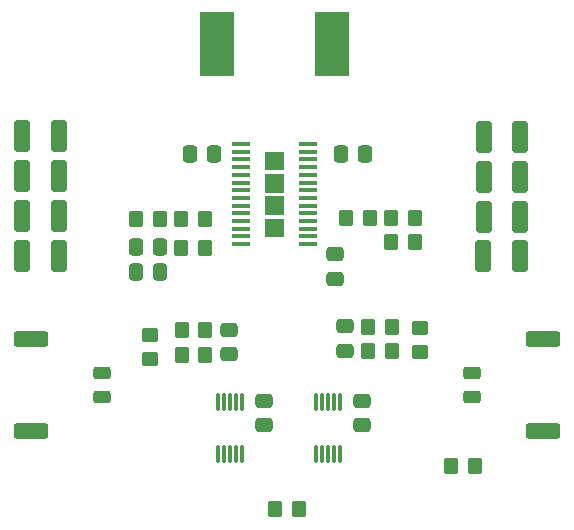
<source format=gtp>
G04 #@! TF.GenerationSoftware,KiCad,Pcbnew,9.0.1*
G04 #@! TF.CreationDate,2025-04-23T11:21:28+02:00*
G04 #@! TF.ProjectId,LTC3119-breakout,4c544333-3131-4392-9d62-7265616b6f75,rev?*
G04 #@! TF.SameCoordinates,Original*
G04 #@! TF.FileFunction,Paste,Top*
G04 #@! TF.FilePolarity,Positive*
%FSLAX46Y46*%
G04 Gerber Fmt 4.6, Leading zero omitted, Abs format (unit mm)*
G04 Created by KiCad (PCBNEW 9.0.1) date 2025-04-23 11:21:28*
%MOMM*%
%LPD*%
G01*
G04 APERTURE LIST*
G04 Aperture macros list*
%AMRoundRect*
0 Rectangle with rounded corners*
0 $1 Rounding radius*
0 $2 $3 $4 $5 $6 $7 $8 $9 X,Y pos of 4 corners*
0 Add a 4 corners polygon primitive as box body*
4,1,4,$2,$3,$4,$5,$6,$7,$8,$9,$2,$3,0*
0 Add four circle primitives for the rounded corners*
1,1,$1+$1,$2,$3*
1,1,$1+$1,$4,$5*
1,1,$1+$1,$6,$7*
1,1,$1+$1,$8,$9*
0 Add four rect primitives between the rounded corners*
20,1,$1+$1,$2,$3,$4,$5,0*
20,1,$1+$1,$4,$5,$6,$7,0*
20,1,$1+$1,$6,$7,$8,$9,0*
20,1,$1+$1,$8,$9,$2,$3,0*%
G04 Aperture macros list end*
%ADD10C,0.010000*%
%ADD11RoundRect,0.250000X-0.350000X-0.450000X0.350000X-0.450000X0.350000X0.450000X-0.350000X0.450000X0*%
%ADD12RoundRect,0.250000X0.475000X-0.337500X0.475000X0.337500X-0.475000X0.337500X-0.475000X-0.337500X0*%
%ADD13RoundRect,0.250000X-0.412500X-1.100000X0.412500X-1.100000X0.412500X1.100000X-0.412500X1.100000X0*%
%ADD14RoundRect,0.250000X0.412500X1.100000X-0.412500X1.100000X-0.412500X-1.100000X0.412500X-1.100000X0*%
%ADD15RoundRect,0.250000X0.350000X0.450000X-0.350000X0.450000X-0.350000X-0.450000X0.350000X-0.450000X0*%
%ADD16RoundRect,0.250000X0.450000X-0.350000X0.450000X0.350000X-0.450000X0.350000X-0.450000X-0.350000X0*%
%ADD17RoundRect,0.250000X-0.475000X0.337500X-0.475000X-0.337500X0.475000X-0.337500X0.475000X0.337500X0*%
%ADD18RoundRect,0.250000X-0.450000X0.350000X-0.450000X-0.350000X0.450000X-0.350000X0.450000X0.350000X0*%
%ADD19RoundRect,0.250000X0.337500X0.475000X-0.337500X0.475000X-0.337500X-0.475000X0.337500X-0.475000X0*%
%ADD20RoundRect,0.051250X-0.688750X-0.153750X0.688750X-0.153750X0.688750X0.153750X-0.688750X0.153750X0*%
%ADD21RoundRect,0.250000X-0.337500X-0.475000X0.337500X-0.475000X0.337500X0.475000X-0.337500X0.475000X0*%
%ADD22RoundRect,0.250000X-0.475000X0.300000X-0.475000X-0.300000X0.475000X-0.300000X0.475000X0.300000X0*%
%ADD23RoundRect,0.250000X-1.200000X0.425000X-1.200000X-0.425000X1.200000X-0.425000X1.200000X0.425000X0*%
%ADD24R,2.900000X5.400000*%
%ADD25RoundRect,0.075000X0.075000X-0.650000X0.075000X0.650000X-0.075000X0.650000X-0.075000X-0.650000X0*%
%ADD26RoundRect,0.250000X0.475000X-0.300000X0.475000X0.300000X-0.475000X0.300000X-0.475000X-0.300000X0*%
%ADD27RoundRect,0.250000X1.200000X-0.425000X1.200000X0.425000X-1.200000X0.425000X-1.200000X-0.425000X0*%
G04 APERTURE END LIST*
D10*
X139510000Y-90595000D02*
X137980000Y-90595000D01*
X137980000Y-89085000D01*
X139510000Y-89085000D01*
X139510000Y-90595000D01*
G36*
X139510000Y-90595000D02*
G01*
X137980000Y-90595000D01*
X137980000Y-89085000D01*
X139510000Y-89085000D01*
X139510000Y-90595000D01*
G37*
X139510000Y-92485000D02*
X137980000Y-92485000D01*
X137980000Y-90975000D01*
X139510000Y-90975000D01*
X139510000Y-92485000D01*
G36*
X139510000Y-92485000D02*
G01*
X137980000Y-92485000D01*
X137980000Y-90975000D01*
X139510000Y-90975000D01*
X139510000Y-92485000D01*
G37*
X139510000Y-94375000D02*
X137980000Y-94375000D01*
X137980000Y-92865000D01*
X139510000Y-92865000D01*
X139510000Y-94375000D01*
G36*
X139510000Y-94375000D02*
G01*
X137980000Y-94375000D01*
X137980000Y-92865000D01*
X139510000Y-92865000D01*
X139510000Y-94375000D01*
G37*
X139510000Y-96265000D02*
X137980000Y-96265000D01*
X137980000Y-94755000D01*
X139510000Y-94755000D01*
X139510000Y-96265000D01*
G36*
X139510000Y-96265000D02*
G01*
X137980000Y-96265000D01*
X137980000Y-94755000D01*
X139510000Y-94755000D01*
X139510000Y-96265000D01*
G37*
D11*
X148620000Y-96700000D03*
X150620000Y-96700000D03*
D12*
X144700000Y-105937500D03*
X144700000Y-103862500D03*
D13*
X117387500Y-91190000D03*
X120512500Y-91190000D03*
D14*
X159580000Y-91200000D03*
X156455000Y-91200000D03*
D15*
X129060000Y-94750000D03*
X127060000Y-94750000D03*
D11*
X148620000Y-94710000D03*
X150620000Y-94710000D03*
X144820000Y-94710000D03*
X146820000Y-94710000D03*
D12*
X137900000Y-112237500D03*
X137900000Y-110162500D03*
D15*
X132860000Y-94750000D03*
X130860000Y-94750000D03*
D11*
X130900000Y-106300000D03*
X132900000Y-106300000D03*
D15*
X148700000Y-103900000D03*
X146700000Y-103900000D03*
D14*
X159570000Y-97920000D03*
X156445000Y-97920000D03*
D15*
X140800000Y-119350000D03*
X138800000Y-119350000D03*
D16*
X128210000Y-106630000D03*
X128210000Y-104630000D03*
D14*
X159580000Y-87850000D03*
X156455000Y-87850000D03*
D17*
X143900000Y-97762500D03*
X143900000Y-99837500D03*
D18*
X151090000Y-104040000D03*
X151090000Y-106040000D03*
D19*
X129077500Y-97200000D03*
X127002500Y-97200000D03*
D11*
X130900000Y-104200000D03*
X132900000Y-104200000D03*
D14*
X159580000Y-94590000D03*
X156455000Y-94590000D03*
D11*
X153700000Y-115700000D03*
X155700000Y-115700000D03*
D15*
X132860000Y-97210000D03*
X130860000Y-97210000D03*
D13*
X117387500Y-87740000D03*
X120512500Y-87740000D03*
D20*
X135880000Y-88450000D03*
X135880000Y-89100000D03*
X135880000Y-89750000D03*
X135880000Y-90400000D03*
X135880000Y-91050000D03*
X135880000Y-91700000D03*
X135880000Y-92350000D03*
X135880000Y-93000000D03*
X135880000Y-93650000D03*
X135880000Y-94300000D03*
X135880000Y-94950000D03*
X135880000Y-95600000D03*
X135880000Y-96250000D03*
X135880000Y-96900000D03*
X141610000Y-96900000D03*
X141610000Y-96250000D03*
X141610000Y-95600000D03*
X141610000Y-94950000D03*
X141610000Y-94300000D03*
X141610000Y-93650000D03*
X141610000Y-93000000D03*
X141610000Y-92350000D03*
X141610000Y-91700000D03*
X141610000Y-91050000D03*
X141610000Y-90400000D03*
X141610000Y-89750000D03*
X141610000Y-89100000D03*
X141610000Y-88450000D03*
D21*
X144362500Y-89300000D03*
X146437500Y-89300000D03*
D13*
X117387500Y-94550000D03*
X120512500Y-94550000D03*
D22*
X124120000Y-107840000D03*
X124120000Y-109840000D03*
D23*
X118125000Y-104945000D03*
X118125000Y-112735000D03*
D13*
X117407500Y-97950000D03*
X120532500Y-97950000D03*
D19*
X129077500Y-99240000D03*
X127002500Y-99240000D03*
D24*
X143600000Y-79970000D03*
X133900000Y-79970000D03*
D17*
X134900000Y-104162500D03*
X134900000Y-106237500D03*
D25*
X142300000Y-114700000D03*
X142800000Y-114700000D03*
X143300000Y-114700000D03*
X143800000Y-114700000D03*
X144300000Y-114700000D03*
X144300000Y-110300000D03*
X143800000Y-110300000D03*
X143300000Y-110300000D03*
X142800000Y-110300000D03*
X142300000Y-110300000D03*
X134000000Y-114700000D03*
X134500000Y-114700000D03*
X135000000Y-114700000D03*
X135500000Y-114700000D03*
X136000000Y-114700000D03*
X136000000Y-110300000D03*
X135500000Y-110300000D03*
X135000000Y-110300000D03*
X134500000Y-110300000D03*
X134000000Y-110300000D03*
D12*
X146200000Y-112237500D03*
X146200000Y-110162500D03*
D15*
X148700000Y-106000000D03*
X146700000Y-106000000D03*
D21*
X131562500Y-89320000D03*
X133637500Y-89320000D03*
D26*
X155500000Y-109840000D03*
X155500000Y-107840000D03*
D27*
X161495000Y-112735000D03*
X161495000Y-104945000D03*
M02*

</source>
